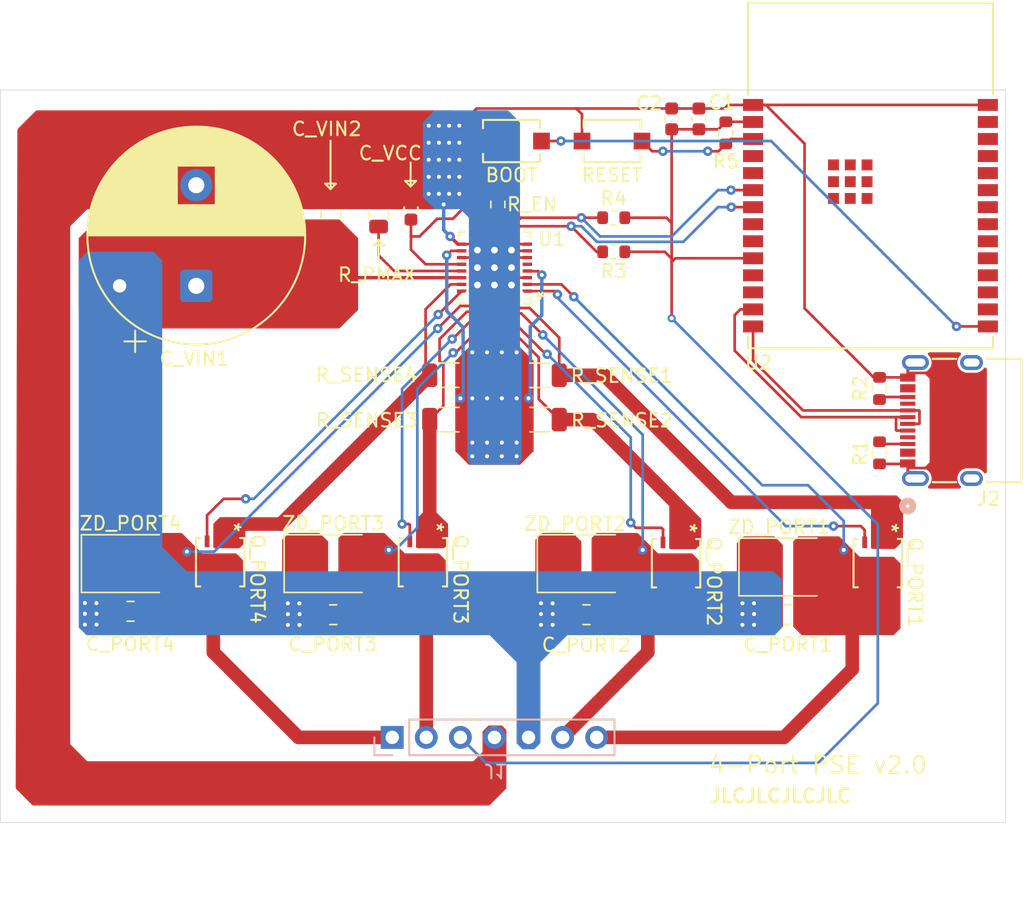
<source format=kicad_pcb>
(kicad_pcb (version 20241229) (generator "pcbnew") (generator_version "9.0")
  (title_block (title "4-Port PSE for HG0402XG V1.0 Ethernet Switch Board") (date "2025-06-09") (rev "2.0.1"))
  (layers (0 "F.Cu" mixed) (2 "B.Cu" mixed) (13 "F.Paste" user) (15 "B.Paste" user) (5 "F.SilkS" user "F.Silkscreen") (7 "B.SilkS" user "B.Silkscreen") (1 "F.Mask" user) (3 "B.Mask" user) (25 "Edge.Cuts" user))
  (net 0 "")
  (net 1 "N1")
  (net 2 "+52V")
  (net 3 "N2")
  (net 4 "N3")
  (net 5 "N4")
  (net 6 "DGND")
  (net 7 "+3.3V")
  (net 8 "Net-(U1-GATE1)")
  (net 9 "Net-(U1-SENSE1)")
  (net 10 "Net-(U1-SENSE2)")
  (net 11 "Net-(U1-GATE2)")
  (net 12 "Net-(U1-SENSE3)")
  (net 13 "Net-(U1-GATE3)")
  (net 14 "Net-(U1-SENSE4)")
  (net 15 "Net-(U1-GATE4)")
  (net 16 "Net-(U1-EN)")
  (net 17 "Net-(U1-PMAX)")
  (net 23 "Net-(U1-VCC)")
  (net 24 "Net-(J2-CC1)")
  (net 25 "Net-(J2-CC2)")
  (net 26 "SDA")
  (net 27 "SCL")
  (net 28 "USB_D-")
  (net 46 "USB_D+")
  (net 54 "Net-(U2-IO9)")
  (net 64 "Net-(U2-EN)")
  (footprint "GT-USB-7004:CONN12_B-7004_GSW" (layer "F.Cu") (at 135.8066 65.832901 90)
    (property "Reference" "J2")
    (property "Value" "GT-USB-7004")
  )
  (footprint "Capacitor_SMD:C_0805_2012Metric" (layer "F.Cu") (at 77.877766 77.3049)
    (property "Reference" "C_PORT4" (hide yes))
    (property "Value" "0.1µF")
  )
  (footprint "Resistor_SMD:R_1206_3216Metric" (layer "F.Cu") (at 101.6381 63.0174)
    (property "Reference" "R_SENSE3" (hide yes))
    (property "Value" "250mΩ, ±1%, 100V")
  )
  (footprint "TS-1088-AR02016:SW_TS-1088_XNP" (layer "F.Cu") (at 106.2736 42.2529 180)
    (property "Reference" "BOOT")
    (property "Value" "TS-1088-AR02016" (hide yes))
  )
  (footprint "Capacitor_SMD:C_0805_2012Metric" (layer "F.Cu") (at 126.890766 77.5589)
    (property "Reference" "C_PORT1" (hide yes))
    (property "Value" "0.1µF")
  )
  (footprint "Resistor_SMD:R_0603_1608Metric" (layer "F.Cu") (at 122.2502 41.6433 90)
    (property "Reference" "R5")
    (property "Value" "4.7kΩ, ±1%")
  )
  (footprint "Diode_SMD:D_SMB" (layer "F.Cu") (at 77.877766 73.7489)
    (property "Reference" "ZD_PORT4")
    (property "Value" "58V Vrwm, 95V Vc")
  )
  (footprint "Resistor_SMD:R_0603_1608Metric" (layer "F.Cu") (at 113.8936 50.5079)
    (property "Reference" "R3")
    (property "Value" "4.7kΩ, ±1%")
  )
  (footprint "FDMC3612:MLP8_3P3X3P3_ONS" (layer "F.Cu") (at 133.574252 73.712831 -90)
    (property "Reference" "Q_PORT1" (hide yes))
    (property "Value" "FDMC3612")
  )
  (footprint "Resistor_SMD:R_1206_3216Metric" (layer "F.Cu") (at 101.6381 59.7074)
    (property "Reference" "R_SENSE4" (hide yes))
    (property "Value" "250mΩ, ±1%, 100V")
  )
  (footprint "Resistor_SMD:R_0603_1608Metric" (layer "F.Cu") (at 133.7056 60.6933 90)
    (property "Reference" "R2")
    (property "Value" "4.7kΩ, ±1%")
  )
  (footprint "FDMC3612:MLP8_3P3X3P3_ONS" (layer "F.Cu") (at 99.669933 73.6473 -90)
    (property "Reference" "Q_PORT3" (hide yes))
    (property "Value" "FDMC3612")
  )
  (footprint "Capacitor_SMD:C_0603_1608Metric" (layer "F.Cu") (at 120.2436 40.6019 -90)
    (property "Reference" "C1")
    (property "Value" "22µF")
  )
  (footprint "Resistor_SMD:R_0805_2012Metric" (layer "F.Cu") (at 96.3676 47.7139 -90)
    (property "Reference" "R_PMAX" (hide yes))
    (property "Value" "75kΩ")
  )
  (footprint "Resistor_SMD:R_1206_3216Metric" (layer "F.Cu") (at 108.3691 63.0174 180)
    (property "Reference" "R_SENSE2" (hide yes))
    (property "Value" "250mΩ, ±1%, 100V")
  )
  (footprint "Capacitor_SMD:C_0805_2012Metric" (layer "F.Cu") (at 92.8116 47.7139 90)
    (property "Reference" "C_VIN2" (hide yes))
    (property "Value" "0.1µF")
  )
  (footprint "Diode_SMD:D_SMB" (layer "F.Cu") (at 126.890766 74.0029)
    (property "Reference" "ZD_PORT1" (hide yes))
    (property "Value" "58V Vrwm, 95V Vc")
  )
  (footprint "Capacitor_SMD:C_0805_2012Metric" (layer "F.Cu") (at 111.8616 77.5589)
    (property "Reference" "C_PORT2" (hide yes))
    (property "Value" "0.1µF")
  )
  (footprint "Diode_SMD:D_SMB" (layer "F.Cu") (at 111.8616 73.7489)
    (property "Reference" "ZD_PORT2" (hide yes))
    (property "Value" "58V Vrwm, 95V Vc")
  )
  (footprint "FDMC3612:MLP8_3P3X3P3_ONS" (layer "F.Cu") (at 84.558765 73.6473 -90)
    (property "Reference" "Q_PORT4" (hide yes))
    (property "Value" "FDMC3612")
  )
  (footprint "Capacitor_SMD:C_0603_1608Metric" (layer "F.Cu") (at 98.7806 47.3329 -90)
    (property "Reference" "C_VCC" (hide yes))
    (property "Value" "1µF")
  )
  (footprint "Capacitor_THT:CP_Radial_D16.0mm_P7.50mm" (layer "F.Cu") (at 82.7786 53.0479 90)
    (property "Reference" "C_VIN1" (hide yes))
    (property "Value" "220µF")
  )
  (footprint "Resistor_SMD:R_0603_1608Metric" (layer "F.Cu") (at 133.7056 65.4939 90)
    (property "Reference" "R1")
    (property "Value" "4.7kΩ, ±1%")
  )
  (footprint "Diode_SMD:D_SMB" (layer "F.Cu") (at 92.988934 73.7489)
    (property "Reference" "ZD_PORT3")
    (property "Value" "58V Vrwm, 95V Vc")
  )
  (footprint "Resistor_SMD:R_1206_3216Metric" (layer "F.Cu") (at 108.3711 59.7154 180)
    (property "Reference" "R_SENSE1" (hide yes))
    (property "Value" "250mΩ, ±1%, 100V")
  )
  (footprint "ESP32-C6-WROOM-1:MOD28_ESP32-C6-WROOM-1_EXP" (layer "F.Cu") (at 133.0316 44.8209)
    (property "Reference" "U2")
    (property "Value" "ESP32-C6-WROOM-1-N8")
  )
  (footprint "Capacitor_SMD:C_0603_1608Metric" (layer "F.Cu") (at 118.2116 40.6019 -90)
    (property "Reference" "C2")
    (property "Value" "0.1µF")
  )
  (footprint "FDMC3612:MLP8_3P3X3P3_ONS" (layer "F.Cu") (at 118.542599 73.7235 -90)
    (property "Reference" "Q_PORT2" (hide yes))
    (property "Value" "FDMC3612")
  )
  (footprint "Capacitor_SMD:C_0805_2012Metric" (layer "F.Cu") (at 92.988934 77.5589)
    (property "Reference" "C_PORT3" (hide yes))
    (property "Value" "0.1µF")
  )
  (footprint "MP3924GU-Z:QFN-32_MP3924_MNP" (layer "F.Cu") (at 105.0036 51.6879 180)
    (property "Reference" "U1" (hide yes))
    (property "Value" "MP3924GU-Z")
  )
  (footprint "Resistor_SMD:R_0603_1608Metric" (layer "F.Cu") (at 105.2576 46.9773 -90)
    (property "Reference" "R_EN")
    (property "Value" "100kΩ")
  )
  (footprint "Resistor_SMD:R_0603_1608Metric" (layer "F.Cu") (at 113.8936 47.9679)
    (property "Reference" "R4")
    (property "Value" "4.7kΩ, ±1%")
  )
  (footprint "TS-1088-AR02016:SW_TS-1088_XNP" (layer "F.Cu") (at 113.7666 42.2529)
    (property "Reference" "RESET")
    (property "Value" "TS-1088-AR02016" (hide yes))
  )
  (footprint "Connector_PinSocket_2.54mm:PinSocket_1x07_P2.54mm_Vertical" (layer "B.Cu") (at 97.3836 86.7029 -90)
    (property "Reference" "J1" (hide yes))
    (property "Value" "1x7 2.54mm PV Female Header")
  )
  (gr_line (start 96.3676 49.6189) (end 95.9612 50.0253) (stroke (width 0.1524)) (layer "F.SilkS"))
  (gr_line (start 98.7552 43.8531) (end 98.7552 45.6311) (stroke (width 0.1524)) (layer "F.SilkS"))
  (gr_line (start 92.3798 45.4279) (end 92.7862 45.8343) (stroke (width 0.1524)) (layer "F.SilkS"))
  (gr_line (start 92.7862 42.2275) (end 92.7862 45.8343) (stroke (width 0.1524)) (layer "F.SilkS"))
  (gr_line (start 98.3488 45.2247) (end 98.7552 45.6311) (stroke (width 0.1524)) (layer "F.SilkS"))
  (gr_line (start 93.1926 45.4279) (end 92.3798 45.4279) (stroke (width 0.1524)) (layer "F.SilkS"))
  (gr_line (start 92.7862 45.8343) (end 93.1926 45.4279) (stroke (width 0.1524)) (layer "F.SilkS"))
  (gr_line (start 98.7552 45.6311) (end 99.1616 45.2247) (stroke (width 0.1524)) (layer "F.SilkS"))
  (gr_line (start 96.3676 51.3969) (end 96.3676 49.6189) (stroke (width 0.1524)) (layer "F.SilkS"))
  (gr_line (start 96.774 50.0253) (end 96.3676 49.6189) (stroke (width 0.1524)) (layer "F.SilkS"))
  (gr_line (start 95.9612 50.0253) (end 96.774 50.0253) (stroke (width 0.1524)) (layer "F.SilkS"))
  (gr_line (start 99.1616 45.2247) (end 98.3488 45.2247) (stroke (width 0.1524)) (layer "F.SilkS"))
  (gr_rect (start 68.1736 38.4429) (end 143.1036 93.0529) (stroke (width 0.05)) (fill no) (layer "Edge.Cuts"))
  (gr_text "R_PMAX" (at 93.2434 52.8193 0) (layer "F.SilkS") (effects (font (size 1.016 1.016) (thickness 0.1524)) (justify left bottom)))
  (gr_text "4-Port PSE v2.0" (at 120.8786 89.4969 0) (layer "F.SilkS") (effects (font (size 1.27 1.27) (thickness 0.15875)) (justify left bottom)))
  (gr_text "C_VIN1" (at 79.9338 59.0677 0) (layer "F.SilkS") (effects (font (size 1.016 1.016) (thickness 0.1524)) (justify left bottom)))
  (gr_text "R_SENSE3" (at 91.5924 63.6651 0) (layer "F.SilkS") (effects (font (size 1.016 1.016) (thickness 0.1524)) (justify left bottom)))
  (gr_text "C_PORT1" (at 123.4694 80.3783 0) (layer "F.SilkS") (effects (font (size 1.016 1.016) (thickness 0.1524)) (justify left bottom)))
  (gr_text "C_PORT2" (at 108.4326 80.4037 0) (layer "F.SilkS") (effects (font (size 1.016 1.016) (thickness 0.1524)) (justify left bottom)))
  (gr_text "Q_PORT3" (at 101.8794 71.4883 270) (layer "F.SilkS") (effects (font (size 1.016 1.016) (thickness 0.1524)) (justify left bottom)))
  (gr_text "JLCJLCJLCJLC" (at 120.9802 91.6559 0) (layer "F.SilkS") (effects (font (size 1.016 1.016) (thickness 0.2032) (bold yes)) (justify left bottom)))
  (gr_text "Q_PORT1" (at 135.763 71.7169 270) (layer "F.SilkS") (effects (font (size 1.016 1.016) (thickness 0.1524)) (justify left bottom)))
  (gr_text "C_PORT3" (at 89.535 80.3529 0) (layer "F.SilkS") (effects (font (size 1.016 1.016) (thickness 0.1524)) (justify left bottom)))
  (gr_text "C_VCC" (at 94.7928 43.7515 0) (layer "F.SilkS") (effects (font (size 1.016 1.016) (thickness 0.1524)) (justify left bottom)))
  (gr_text "R_SENSE1" (at 110.5916 60.3377 0) (layer "F.SilkS") (effects (font (size 1.016 1.016) (thickness 0.1524)) (justify left bottom)))
  (gr_text "U1" (at 108.1786 50.1523 0) (layer "F.SilkS") (effects (font (size 1.016 1.016) (thickness 0.1524)) (justify left bottom)))
  (gr_text "ZD_PORT2" (at 107.1118 71.3867 0) (layer "F.SilkS") (effects (font (size 1.016 1.016) (thickness 0.1524)) (justify left bottom)))
  (gr_text "C_VIN2" (at 89.8144 41.9481 0) (layer "F.SilkS") (effects (font (size 1.016 1.016) (thickness 0.1524)) (justify left bottom)))
  (gr_text "R_SENSE2" (at 110.617 63.6651 0) (layer "F.SilkS") (effects (font (size 1.016 1.016) (thickness 0.1524)) (justify left bottom)))
  (gr_text "Q_PORT4" (at 86.741 71.4629 270) (layer "F.SilkS") (effects (font (size 1.016 1.016) (thickness 0.1524)) (justify left bottom)))
  (gr_text "R_SENSE4" (at 91.567 60.2869 0) (layer "F.SilkS") (effects (font (size 1.016 1.016) (thickness 0.1524)) (justify left bottom)))
  (gr_text "Q_PORT2" (at 120.777 71.6407 270) (layer "F.SilkS") (effects (font (size 1.016 1.016) (thickness 0.1524)) (justify left bottom)))
  (gr_text "ZD_PORT1" (at 122.301 71.6153 0) (layer "F.SilkS") (effects (font (size 1.016 1.016) (thickness 0.1524)) (justify left bottom)))
  (gr_text "C_PORT4" (at 74.4474 80.3529 0) (layer "F.SilkS") (effects (font (size 1.016 1.016) (thickness 0.1524)) (justify left bottom)))
  (gr_text "J1" (at 104.14 88.6079 180) (layer "B.SilkS") (effects (font (size 1.016 1.016) (thickness 0.1524)) (justify left bottom mirror)))
  (segment (start 131.6736 81.6229) (end 131.6736 77.8129) (width 1.016) (layer "F.Cu") (net 1))
  (segment (start 112.6236 86.7029) (end 126.5936 86.7029) (width 1.016) (layer "F.Cu") (net 1))
  (segment (start 110.9218 53.8607) (end 109.999 52.9379) (width 0.2) (layer "F.Cu") (net 1))
  (segment (start 126.5936 86.7029) (end 131.6736 81.6229) (width 1.016) (layer "F.Cu") (net 1))
  (segment (start 109.999 52.9379) (end 107.4536 52.9379) (width 0.2) (layer "F.Cu") (net 1))
  (via (at 110.9218 53.8607) (size 0.7) (drill 0.3) (layers "F.Cu" "B.Cu") (net 1))
  (via (at 131.0386 72.7329) (size 0.7) (drill 0.3) (layers "F.Cu" "B.Cu") (net 1))
  (segment (start 124.968 67.9069) (end 128.3716 67.9069) (width 0.2) (layer "B.Cu") (net 1))
  (segment (start 131.0386 70.5739) (end 131.0386 72.7329) (width 0.2) (layer "B.Cu") (net 1))
  (segment (start 128.3716 67.9069) (end 131.0386 70.5739) (width 0.2) (layer "B.Cu") (net 1))
  (segment (start 110.9218 53.8607) (end 124.968 67.9069) (width 0.2) (layer "B.Cu") (net 1))
  (segment (start 102.5536 52.437901) (end 93.675599 52.437901) (width 0.254) (layer "F.Cu") (net 2))
  (via (at 89.603695 76.712233) (size 0.7) (drill 0.3) (layers "F.Cu" "B.Cu") (net 2))
  (via (at 123.487295 76.705945) (size 0.7) (drill 0.3) (layers "F.Cu" "B.Cu") (net 2))
  (via (at 108.475895 76.705945) (size 0.7) (drill 0.3) (layers "F.Cu" "B.Cu") (net 2))
  (via (at 108.475895 77.510279) (size 0.7) (drill 0.3) (layers "F.Cu" "B.Cu") (net 2))
  (via (at 109.347 77.5081) (size 0.7) (drill 0.3) (layers "F.Cu" "B.Cu") (net 2))
  (via (at 74.4728 78.2955) (size 0.7) (drill 0.3) (layers "F.Cu" "B.Cu") (net 2))
  (via (at 124.3584 78.312433) (size 0.7) (drill 0.3) (layers "F.Cu" "B.Cu") (net 2))
  (via (at 89.603695 77.516567) (size 0.7) (drill 0.3) (layers "F.Cu" "B.Cu") (net 2))
  (via (at 123.487295 77.510279) (size 0.7) (drill 0.3) (layers "F.Cu" "B.Cu") (net 2))
  (via (at 75.343905 77.488988) (size 0.7) (drill 0.3) (layers "F.Cu" "B.Cu") (net 2))
  (via (at 109.339495 76.714412) (size 0.7) (drill 0.3) (layers "F.Cu" "B.Cu") (net 2))
  (via (at 123.487295 78.314612) (size 0.7) (drill 0.3) (layers "F.Cu" "B.Cu") (net 2))
  (via (at 90.467295 76.7207) (size 0.7) (drill 0.3) (layers "F.Cu" "B.Cu") (net 2))
  (via (at 74.4728 77.491167) (size 0.7) (drill 0.3) (layers "F.Cu" "B.Cu") (net 2))
  (via (at 124.350895 76.714412) (size 0.7) (drill 0.3) (layers "F.Cu" "B.Cu") (net 2))
  (via (at 109.347 78.312433) (size 0.7) (drill 0.3) (layers "F.Cu" "B.Cu") (net 2))
  (via (at 89.603695 78.3209) (size 0.7) (drill 0.3) (layers "F.Cu" "B.Cu") (net 2))
  (via (at 77.0636 53.0479) (size 2) (drill 1) (layers "F.Cu" "B.Cu") (net 2))
  (via (at 74.4728 76.686833) (size 0.7) (drill 0.3) (layers "F.Cu" "B.Cu") (net 2))
  (via (at 90.4748 77.514388) (size 0.7) (drill 0.3) (layers "F.Cu" "B.Cu") (net 2))
  (via (at 75.3364 76.6953) (size 0.7) (drill 0.3) (layers "F.Cu" "B.Cu") (net 2))
  (via (at 75.343905 78.293321) (size 0.7) (drill 0.3) (layers "F.Cu" "B.Cu") (net 2))
  (via (at 108.475895 78.314612) (size 0.7) (drill 0.3) (layers "F.Cu" "B.Cu") (net 2))
  (via (at 124.3584 77.5081) (size 0.7) (drill 0.3) (layers "F.Cu" "B.Cu") (net 2))
  (via (at 90.4748 78.318721) (size 0.7) (drill 0.3) (layers "F.Cu" "B.Cu") (net 2))
  (segment (start 106.6155 55.0999) (end 106.2536 54.738) (width 0.2) (layer "F.Cu") (net 3))
  (segment (start 110.0836 86.7029) (end 114.5921 82.1944) (width 1.016) (layer "F.Cu") (net 3))
  (segment (start 107.0048 55.0999) (end 106.6155 55.0999) (width 0.2) (layer "F.Cu") (net 3))
  (segment (start 108.6104 56.7055) (end 107.0048 55.0999) (width 0.2) (layer "F.Cu") (net 3))
  (segment (start 116.4336 80.3529) (end 116.4336 77.3684) (width 1.016) (layer "F.Cu") (net 3))
  (segment (start 106.2536 54.738) (end 106.2536 54.1379) (width 0.2) (layer "F.Cu") (net 3))
  (segment (start 114.5921 82.1944) (end 116.4336 80.3529) (width 1.016) (layer "F.Cu") (net 3))
  (via (at 108.6104 56.7055) (size 0.7) (drill 0.3) (layers "F.Cu" "B.Cu") (net 3))
  (via (at 116.0526 72.7329) (size 0.7) (drill 0.3) (layers "F.Cu" "B.Cu") (net 3))
  (segment (start 116.0526 64.1477) (end 116.0526 72.7329) (width 0.2) (layer "B.Cu") (net 3))
  (segment (start 108.6104 56.7055) (end 116.0526 64.1477) (width 0.2) (layer "B.Cu") (net 3))
  (segment (start 102.095397 58.038903) (end 104.7536 55.3807) (width 0.2) (layer "F.Cu") (net 4))
  (segment (start 104.7536 55.3807) (end 104.7536 54.1379) (width 0.2) (layer "F.Cu") (net 4))
  (segment (start 101.9206 58.038903) (end 102.095397 58.038903) (width 0.2) (layer "F.Cu") (net 4))
  (segment (start 99.9236 86.7029) (end 99.9236 77.6859) (width 1.016) (layer "F.Cu") (net 4))
  (via (at 101.9206 58.038903) (size 0.7) (drill 0.3) (layers "F.Cu" "B.Cu") (net 4))
  (via (at 97.1296 72.7329) (size 0.7) (drill 0.3) (layers "F.Cu" "B.Cu") (net 4))
  (segment (start 97.598543 72.7329) (end 99.2546 71.076843) (width 0.2) (layer "B.Cu") (net 4))
  (segment (start 99.2546 71.076843) (end 99.2546 60.704903) (width 0.2) (layer "B.Cu") (net 4))
  (segment (start 97.1296 72.7329) (end 97.598543 72.7329) (width 0.2) (layer "B.Cu") (net 4))
  (segment (start 99.2546 60.704903) (end 101.9206 58.038903) (width 0.2) (layer "B.Cu") (net 4))
  (segment (start 102.454 54.5465) (end 103.1919 54.5465) (width 0.2) (layer "F.Cu") (net 5))
  (segment (start 103.253601 54.484799) (end 103.253601 54.1379) (width 0.2) (layer "F.Cu") (net 5))
  (segment (start 103.1919 54.5465) (end 103.253601 54.484799) (width 0.2) (layer "F.Cu") (net 5))
  (segment (start 100.7776 56.2229) (end 102.454 54.5465) (width 0.2) (layer "F.Cu") (net 5))
  (segment (start 84.0486 80.3529) (end 84.0486 77.8129) (width 1.016) (layer "F.Cu") (net 5))
  (segment (start 90.3986 86.7029) (end 84.0486 80.3529) (width 1.016) (layer "F.Cu") (net 5))
  (segment (start 97.3836 86.7029) (end 90.3986 86.7029) (width 1.016) (layer "F.Cu") (net 5))
  (via (at 82.0801 72.8599) (size 0.7) (drill 0.3) (layers "F.Cu" "B.Cu") (net 5))
  (via (at 100.7776 56.2229) (size 0.7) (drill 0.3) (layers "F.Cu" "B.Cu") (net 5))
  (segment (start 100.7776 56.2229) (end 100.7491 56.2229) (width 0.2) (layer "B.Cu") (net 5))
  (segment (start 100.7491 56.2229) (end 84.1121 72.8599) (width 0.2) (layer "B.Cu") (net 5))
  (segment (start 84.1121 72.8599) (end 82.0801 72.8599) (width 0.2) (layer "B.Cu") (net 5))
  (segment (start 106.2736 51.4615) (end 106.2736 51.6879) (width 0.2) (layer "F.Cu") (net 6))
  (segment (start 135.9796 59.537102) (end 135.8116 59.705102) (width 0.2) (layer "F.Cu") (net 6))
  (segment (start 107.443801 50.937899) (end 107.442 50.9397) (width 0.2) (layer "F.Cu") (net 6))
  (segment (start 128.1176 42.4476) (end 125.2309 39.5609) (width 0.2) (layer "F.Cu") (net 6))
  (segment (start 124.2816 39.5609) (end 122.4276 39.5609) (width 0.2) (layer "F.Cu") (net 6))
  (segment (start 135.8116 66.460701) (end 135.8116 66.830934) (width 0.2) (layer "F.Cu") (net 6))
  (segment (start 102.5536 49.937901) (end 102.274601 49.937901) (width 0.2) (layer "F.Cu") (net 6))
  (segment (start 135.619198 59.8683) (end 135.8116 60.060702) (width 0.2) (layer "F.Cu") (net 6))
  (segment (start 137.5394 66.244542) (end 137.5394 59.921261) (width 0.2) (layer "F.Cu") (net 6))
  (segment (start 106.3306 50.4379) (end 106.2736 50.3809) (width 0.2) (layer "F.Cu") (net 6))
  (segment (start 111.5314 42.2529) (end 111.5314 40.2587) (width 0.2) (layer "F.Cu") (net 6))
  (segment (start 124.2816 39.5609) (end 141.7816 39.5609) (width 0.2) (layer "F.Cu") (net 6))
  (segment (start 106.7954 50.9397) (end 106.2736 51.4615) (width 0.2) (layer "F.Cu") (net 6))
  (segment (start 107.4536 49.937901) (end 106.716599 49.937901) (width 0.2) (layer "F.Cu") (net 6))
  (segment (start 128.1176 54.7223) (end 128.1176 42.4476) (width 0.2) (layer "F.Cu") (net 6))
  (segment (start 137.5394 59.921261) (end 137.155241 59.537102) (width 0.2) (layer "F.Cu") (net 6))
  (segment (start 102.274601 49.937901) (end 101.7016 49.3649) (width 0.254) (layer "F.Cu") (net 6))
  (segment (start 103.7336 50.937899) (end 103.7336 51.7779) (width 0.2) (layer "F.Cu") (net 6))
  (segment (start 120.2436 39.8269) (end 118.2116 39.8269) (width 0.2) (layer "F.Cu") (net 6))
  (segment (start 137.155241 66.628701) (end 137.5394 66.244542) (width 0.2) (layer "F.Cu") (net 6))
  (segment (start 108.2548 51.9557) (end 107.4714 51.9557) (width 0.2) (layer "F.Cu") (net 6))
  (segment (start 133.7056 59.8683) (end 133.2636 59.8683) (width 0.2) (layer "F.Cu") (net 6))
  (segment (start 122.4276 39.5609) (end 122.1616 39.8269) (width 0.2) (layer "F.Cu") (net 6))
  (segment (start 103.290601 49.937901) (end 103.7336 50.3809) (width 0.2) (layer "F.Cu") (net 6))
  (segment (start 101.4476 50.7619) (end 101.7716 50.4379) (width 0.2) (layer "F.Cu") (net 6))
  (segment (start 118.2116 39.8269) (end 111.0996 39.8269) (width 0.2) (layer "F.Cu") (net 6))
  (segment (start 133.7056 59.8683) (end 135.619198 59.8683) (width 0.2) (layer "F.Cu") (net 6))
  (segment (start 135.669799 66.3189) (end 135.8116 66.460701) (width 0.2) (layer "F.Cu") (net 6))
  (segment (start 107.4536 50.937899) (end 107.443801 50.937899) (width 0.2) (layer "F.Cu") (net 6))
  (segment (start 107.442 50.9397) (end 106.7954 50.9397) (width 0.2) (layer "F.Cu") (net 6))
  (segment (start 135.8116 66.460701) (end 135.632199 66.2813) (width 0.2) (layer "F.Cu") (net 6))
  (segment (start 108.5342 52.2351) (end 108.2548 51.9557) (width 0.2) (layer "F.Cu") (net 6))
  (segment (start 135.9796 66.628701) (end 137.155241 66.628701) (width 0.2) (layer "F.Cu") (net 6))
  (segment (start 106.716599 49.937901) (end 106.2736 50.3809) (width 0.2) (layer "F.Cu") (net 6))
  (segment (start 135.8116 66.830934) (end 136.383599 67.402933) (width 0.2) (layer "F.Cu") (net 6))
  (segment (start 107.4536 50.4379) (end 106.3306 50.4379) (width 0.2) (layer "F.Cu") (net 6))
  (segment (start 102.5536 49.937901) (end 103.290601 49.937901) (width 0.2) (layer "F.Cu") (net 6))
  (segment (start 103.6704 39.8269) (end 102.3874 41.1099) (width 0.2) (layer "F.Cu") (net 6))
  (segment (start 102.5536 50.937899) (end 103.7336 50.937899) (width 0.2) (layer "F.Cu") (net 6))
  (segment (start 102.5144 42.2529) (end 102.3874 42.3799) (width 0.2) (layer "F.Cu") (net 6))
  (segment (start 135.8116 60.060702) (end 135.8116 59.334868) (width 0.2) (layer "F.Cu") (net 6))
  (segment (start 111.5314 40.2587) (end 111.0996 39.8269) (width 0.2) (layer "F.Cu") (net 6))
  (segment (start 111.0996 39.8269) (end 103.6704 39.8269) (width 0.2) (layer "F.Cu") (net 6))
  (segment (start 106.2536 50.3609) (end 106.2736 50.3809) (width 0.2) (layer "F.Cu") (net 6))
  (segment (start 101.7716 50.4379) (end 102.5536 50.4379) (width 0.2) (layer "F.Cu") (net 6))
  (segment (start 137.155241 59.537102) (end 135.9796 59.537102) (width 0.2) (layer "F.Cu") (net 6))
  (segment (start 107.4714 51.9557) (end 107.4536 51.9379) (width 0.2) (layer "F.Cu") (net 6))
  (segment (start 106.820099 52.437901) (end 106.2736 52.9844) (width 0.2) (layer "F.Cu") (net 6))
  (segment (start 107.4536 52.437901) (end 106.820099 52.437901) (width 0.2) (layer "F.Cu") (net 6))
  (segment (start 135.8116 59.334868) (end 136.383599 58.762869) (width 0.2) (layer "F.Cu") (net 6))
  (segment (start 133.2636 59.8683) (end 128.1176 54.7223) (width 0.2) (layer "F.Cu") (net 6))
  (segment (start 135.8116 66.460701) (end 135.9796 66.628701) (width 0.2) (layer "F.Cu") (net 6))
  (segment (start 133.7056 66.3189) (end 135.669799 66.3189) (width 0.2) (layer "F.Cu") (net 6))
  (segment (start 125.2309 39.5609) (end 124.2816 39.5609) (width 0.2) (layer "F.Cu") (net 6))
  (segment (start 104.5464 42.2529) (end 102.5144 42.2529) (width 0.2) (layer "F.Cu") (net 6))
  (segment (start 135.8116 59.705102) (end 135.610802 59.9059) (width 0.2) (layer "F.Cu") (net 6))
  (segment (start 122.1616 39.8269) (end 120.2436 39.8269) (width 0.2) (layer "F.Cu") (net 6))
  (via (at 102.3874 44.9199) (size 0.7) (drill 0.3) (layers "F.Cu" "B.Cu") (net 6))
  (via (at 101.7016 49.3649) (size 0.7) (drill 0.3) (layers "F.Cu" "B.Cu") (net 6))
  (via (at 105.0036 50.3809) (size 0.9) (drill 0.5) (layers "F.Cu" "B.Cu") (net 6))
  (via (at 104.453267 65.7479) (size 0.7) (drill 0.3) (layers "F.Cu" "B.Cu") (net 6))
  (via (at 101.6254 44.9199) (size 0.7) (drill 0.3) (layers "F.Cu" "B.Cu") (net 6))
  (via (at 101.6254 43.6499) (size 0.7) (drill 0.3) (layers "F.Cu" "B.Cu") (net 6))
  (via (at 100.1014 41.1099) (size 0.7) (drill 0.3) (layers "F.Cu" "B.Cu") (net 6))
  (via (at 105.553933 65.7479) (size 0.7) (drill 0.3) (layers "F.Cu" "B.Cu") (net 6))
  (via (at 104.453267 64.7319) (size 0.7) (drill 0.3) (layers "F.Cu" "B.Cu") (net 6))
  (via (at 100.1014 46.1899) (size 0.7) (drill 0.3) (layers "F.Cu" "B.Cu") (net 6))
  (via (at 105.0036 52.9844) (size 0.9) (drill 0.5) (layers "F.Cu" "B.Cu") (net 6))
  (via (at 106.6546 65.7479) (size 0.7) (drill 0.3) (layers "F.Cu" "B.Cu") (net 6))
  (via (at 102.3874 46.1899) (size 0.7) (drill 0.3) (layers "F.Cu" "B.Cu") (net 6))
  (via (at 103.7336 51.6879) (size 0.9) (drill 0.5) (layers "F.Cu" "B.Cu") (net 6))
  (via (at 104.453267 61.4299) (size 0.7) (drill 0.3) (layers "F.Cu" "B.Cu") (net 6))
  (via (at 105.553933 58.0009) (size 0.7) (drill 0.3) (layers "F.Cu" "B.Cu") (net 6))
  (via (at 102.3874 42.3799) (size 0.7) (drill 0.3) (layers "F.Cu" "B.Cu") (net 6))
  (via (at 100.8634 42.3799) (size 0.7) (drill 0.3) (layers "F.Cu" "B.Cu") (net 6))
  (via (at 101.4476 50.7619) (size 0.7) (drill 0.3) (layers "F.Cu" "B.Cu") (net 6))
  (via (at 106.2736 52.9844) (size 0.9) (drill 0.5) (layers "F.Cu" "B.Cu") (net 6))
  (via (at 100.8634 46.1899) (size 0.7) (drill 0.3) (layers "F.Cu" "B.Cu") (net 6))
  (via (at 104.453267 58.0009) (size 0.7) (drill 0.3) (layers "F.Cu" "B.Cu") (net 6))
  (via (at 107.5436 61.4299) (size 0.7) (drill 0.3) (layers "F.Cu" "B.Cu") (net 6))
  (via (at 101.6254 42.3799) (size 0.7) (drill 0.3) (layers "F.Cu" "B.Cu") (net 6))
  (via (at 106.6546 58.0009) (size 0.7) (drill 0.3) (layers "F.Cu" "B.Cu") (net 6))
  (via (at 101.219 46.9773) (size 0.7) (drill 0.3) (layers "F.Cu" "B.Cu") (net 6))
  (via (at 100.8634 41.1099) (size 0.7) (drill 0.3) (layers "F.Cu" "B.Cu") (net 6))
  (via (at 103.3526 58.0009) (size 0.7) (drill 0.3) (layers "F.Cu" "B.Cu") (net 6))
  (via (at 106.2736 50.3809) (size 0.9) (drill 0.5) (layers "F.Cu" "B.Cu") (net 6))
  (via (at 105.0036 51.6879) (size 0.9) (drill 0.5) (layers "F.Cu" "B.Cu") (net 6))
  (via (at 102.3874 43.6499) (size 0.7) (drill 0.3) (layers "F.Cu" "B.Cu") (net 6))
  (via (at 106.6546 61.4299) (size 0.7) (drill 0.3) (layers "F.Cu" "B.Cu") (net 6))
  (via (at 102.4636 61.4299) (size 0.7) (drill 0.3) (layers "F.Cu" "B.Cu") (net 6))
  (via (at 101.6254 41.1099) (size 0.7) (drill 0.3) (layers "F.Cu" "B.Cu") (net 6))
  (via (at 103.3526 64.7319) (size 0.7) (drill 0.3) (layers "F.Cu" "B.Cu") (net 6))
  (via (at 102.3874 41.1099) (size 0.7) (drill 0.3) (layers "F.Cu" "B.Cu") (net 6))
  (via (at 106.6546 64.7319) (size 0.7) (drill 0.3) (layers "F.Cu" "B.Cu") (net 6))
  (via (at 100.1014 42.3799) (size 0.7) (drill 0.3) (layers "F.Cu" "B.Cu") (net 6))
  (via (at 105.553933 61.4299) (size 0.7) (drill 0.3) (layers "F.Cu" "B.Cu") (net 6))
  (via (at 103.7336 52.9844) (size 0.9) (drill 0.5) (layers "F.Cu" "B.Cu") (net 6))
  (via (at 100.1014 43.6499) (size 0.7) (drill 0.3) (layers "F.Cu" "B.Cu") (net 6))
  (via (at 106.2736 51.6879) (size 0.9) (drill 0.5) (layers "F.Cu" "B.Cu") (net 6))
  (via (at 100.8634 43.6499) (size 0.7) (drill 0.3) (layers "F.Cu" "B.Cu") (net 6))
  (via (at 100.8634 44.9199) (size 0.7) (drill 0.3) (layers "F.Cu" "B.Cu") (net 6))
  (via (at 108.5342 52.2351) (size 0.7) (drill 0.3) (layers "F.Cu" "B.Cu") (net 6))
  (via (at 100.1014 44.9199) (size 0.7) (drill 0.3) (layers "F.Cu" "B.Cu") (net 6))
  (via (at 103.3526 65.7479) (size 0.7) (drill 0.3) (layers "F.Cu" "B.Cu") (net 6))
  (via (at 105.553933 64.7319) (size 0.7) (drill 0.3) (layers "F.Cu" "B.Cu") (net 6))
  (via (at 101.6254 46.1899) (size 0.7) (drill 0.3) (layers "F.Cu" "B.Cu") (net 6))
  (via (at 103.3526 61.4299) (size 0.7) (drill 0.3) (layers "F.Cu" "B.Cu") (net 6))
  (via (at 103.7336 50.3809) (size 0.9) (drill 0.5) (layers "F.Cu" "B.Cu") (net 6))
  (segment (start 101.4476 50.7619) (end 101.4476 54.925772) (width 0.254) (layer "B.Cu") (net 6))
  (segment (start 102.6668 56.144972) (end 102.6668 61.2267) (width 0.254) (layer "B.Cu") (net 6))
  (segment (start 102.6668 61.2267) (end 102.4636 61.4299) (width 0.254) (layer "B.Cu") (net 6))
  (segment (start 108.5342 55.2323) (end 107.6706 56.0959) (width 0.254) (layer "B.Cu") (net 6))
  (segment (start 107.6706 56.0959) (end 107.6706 61.3029) (width 0.254) (layer "B.Cu") (net 6))
  (segment (start 101.219 46.9773) (end 101.219 48.8823) (width 0.254) (layer "B.Cu") (net 6))
  (segment (start 101.219 48.8823) (end 101.7016 49.3649) (width 0.254) (layer "B.Cu") (net 6))
  (segment (start 107.6706 61.3029) (end 107.5436 61.4299) (width 0.2) (layer "B.Cu") (net 6))
  (segment (start 101.4476 54.925772) (end 102.6668 56.144972) (width 0.254) (layer "B.Cu") (net 6))
  (segment (start 108.5342 52.2351) (end 108.5342 55.2323) (width 0.254) (layer "B.Cu") (net 6))
  (segment (start 117.8306 47.9679) (end 118.2116 48.3489) (width 0.2) (layer "F.Cu") (net 7))
  (segment (start 118.2116 51.2699) (end 118.2116 55.4609) (width 0.2) (layer "F.Cu") (net 7))
  (segment (start 120.2436 41.3769) (end 121.6916 41.3769) (width 0.2) (layer "F.Cu") (net 7))
  (segment (start 122.2502 40.8183) (end 124.269 40.8183) (width 0.2) (layer "F.Cu") (net 7))
  (segment (start 118.2116 41.3769) (end 120.2436 41.3769) (width 0.2) (layer "F.Cu") (net 7))
  (segment (start 114.7186 50.5079) (end 117.7036 50.5079) (width 0.2) (layer "F.Cu") (net 7))
  (segment (start 118.2116 48.3489) (end 118.2116 47.9679) (width 0.2) (layer "F.Cu") (net 7))
  (segment (start 118.2116 48.5394) (end 118.2116 48.3489) (width 0.2) (layer "F.Cu") (net 7))
  (segment (start 114.7186 47.9679) (end 117.8306 47.9679) (width 0.2) (layer "F.Cu") (net 7))
  (segment (start 118.4906 50.9909) (end 118.2116 51.2699) (width 0.2) (layer "F.Cu") (net 7))
  (segment (start 118.2116 51.0159) (end 118.2116 51.2699) (width 0.2) (layer "F.Cu") (net 7))
  (segment (start 117.7036 50.5079) (end 118.2116 51.0159) (width 0.2) (layer "F.Cu") (net 7))
  (segment (start 124.269 40.8183) (end 124.2816 40.8309) (width 0.2) (layer "F.Cu") (net 7))
  (segment (start 118.2116 48.6029) (end 118.2116 50.5079) (width 0.2) (layer "F.Cu") (net 7))
  (segment (start 120.2566 41.3639) (end 120.2436 41.3769) (width 0.2) (layer "F.Cu") (net 7))
  (segment (start 118.2116 47.9679) (end 118.2116 41.3769) (width 0.2) (layer "F.Cu") (net 7))
  (segment (start 124.2816 50.9909) (end 118.4906 50.9909) (width 0.2) (layer "F.Cu") (net 7))
  (segment (start 121.6916 41.3769) (end 122.2502 40.8183) (width 0.2) (layer "F.Cu") (net 7))
  (segment (start 118.2116 50.5079) (end 118.2116 51.0159) (width 0.2) (layer "F.Cu") (net 7))
  (via (at 118.2116 55.4609) (size 0.6) (drill 0.3) (layers "F.Cu" "B.Cu") (net 7))
  (segment (start 133.5786 84.1629) (end 133.5786 70.8279) (width 0.2) (layer "B.Cu") (net 7))
  (segment (start 102.4636 86.7029) (end 104.3686 88.6079) (width 0.2) (layer "B.Cu") (net 7))
  (segment (start 129.1336 88.6079) (end 133.5786 84.1629) (width 0.2) (layer "B.Cu") (net 7))
  (segment (start 104.3686 88.6079) (end 129.1336 88.6079) (width 0.2) (layer "B.Cu") (net 7))
  (segment (start 118.2116 55.4609) (end 133.5786 70.8279) (width 0.2) (layer "B.Cu") (net 7))
  (segment (start 109.7026 53.6829) (end 109.457599 53.437899) (width 0.2) (layer "F.Cu") (net 8))
  (segment (start 132.3086 70.9549) (end 130.2766 70.9549) (width 0.2) (layer "F.Cu") (net 8))
  (segment (start 132.599253 71.245553) (end 132.3086 70.9549) (width 0.2) (layer "F.Cu") (net 8))
  (segment (start 109.457599 53.437899) (end 107.4536 53.437899) (width 0.2) (layer "F.Cu") (net 8))
  (segment (start 132.599253 72.163431) (end 132.599253 71.245553) (width 0.2) (layer "F.Cu") (net 8))
  (via (at 109.7026 53.6829) (size 0.7) (drill 0.3) (layers "F.Cu" "B.Cu") (net 8))
  (via (at 130.2766 70.9549) (size 0.7) (drill 0.3) (layers "F.Cu" "B.Cu") (net 8))
  (segment (start 126.7206 70.9549) (end 109.7026 53.9369) (width 0.2) (layer "B.Cu") (net 8))
  (segment (start 109.7026 53.9369) (end 109.7026 53.6829) (width 0.2) (layer "B.Cu") (net 8))
  (segment (start 130.2766 70.9549) (end 126.7206 70.9549) (width 0.2) (layer "B.Cu") (net 8))
  (segment (start 113.1951 59.7154) (end 122.6566 69.1769) (width 1.016) (layer "F.Cu") (net 9))
  (segment (start 106.753599 54.1379) (end 106.753599 54.670899) (width 0.2) (layer "F.Cu") (net 9))
  (segment (start 106.753599 54.670899) (end 106.7816 54.6989) (width 0.2) (layer "F.Cu") (net 9))
  (segment (start 109.8336 56.9127) (end 109.8336 59.7154) (width 0.2) (layer "F.Cu") (net 9))
  (segment (start 107.6198 54.6989) (end 109.8336 56.9127) (width 0.2) (layer "F.Cu") (net 9))
  (segment (start 109.8336 59.7154) (end 113.1951 59.7154) (width 1.016) (layer "F.Cu") (net 9))
  (segment (start 106.7816 54.6989) (end 107.6198 54.6989) (width 0.2) (layer "F.Cu") (net 9))
  (segment (start 122.6566 69.1769) (end 133.9088 69.1769) (width 1.016) (layer "F.Cu") (net 9))
  (segment (start 105.2536 55.3299) (end 105.2536 54.1379) (width 0.2) (layer "F.Cu") (net 10))
  (segment (start 118.6688 69.3801) (end 118.6688 71.9753) (width 1.016) (layer "F.Cu") (net 10))
  (segment (start 112.3061 63.0174) (end 112.3696 63.0809) (width 0.2) (layer "F.Cu") (net 10))
  (segment (start 112.3696 63.0809) (end 118.6688 69.3801) (width 1.016) (layer "F.Cu") (net 10))
  (segment (start 109.8316 63.0174) (end 112.3061 63.0174) (width 1.016) (layer "F.Cu") (net 10))
  (segment (start 108.3056 58.3819) (end 105.2536 55.3299) (width 0.2) (layer "F.Cu") (net 10))
  (segment (start 108.3056 61.4914) (end 108.3056 58.3819) (width 0.2) (layer "F.Cu") (net 10))
  (segment (start 109.8316 63.0174) (end 108.3056 61.4914) (width 0.2) (layer "F.Cu") (net 10))
  (segment (start 108.930212 58.145081) (end 108.830781 58.145081) (width 0.2) (layer "F.Cu") (net 11))
  (segment (start 115.5446 71.0819) (end 117.4496 71.0819) (width 0.2) (layer "F.Cu") (net 11))
  (segment (start 108.830781 58.145081) (end 105.753601 55.067901) (width 0.2) (layer "F.Cu") (net 11))
  (segment (start 105.753601 55.067901) (end 105.753601 54.1379) (width 0.2) (layer "F.Cu") (net 11))
  (segment (start 117.5766 71.2089) (end 117.5676 71.2179) (width 0.2) (layer "F.Cu") (net 11))
  (segment (start 115.1636 70.7009) (end 115.5446 71.0819) (width 0.2) (layer "F.Cu") (net 11))
  (segment (start 117.5676 71.2179) (end 117.5676 72.1741) (width 0.2) (layer "F.Cu") (net 11))
  (segment (start 117.4496 71.0819) (end 117.5766 71.2089) (width 0.2) (layer "F.Cu") (net 11))
  (via (at 108.930212 58.145081) (size 0.7) (drill 0.3) (layers "F.Cu" "B.Cu") (net 11))
  (via (at 115.1636 70.7009) (size 0.7) (drill 0.3) (layers "F.Cu" "B.Cu") (net 11))
  (segment (start 115.1636 64.3509) (end 108.957781 58.145081) (width 0.2) (layer "B.Cu") (net 11))
  (segment (start 115.1636 70.7009) (end 115.1636 64.3509) (width 0.2) (layer "B.Cu") (net 11))
  (segment (start 108.957781 58.145081) (end 108.930212 58.145081) (width 0.2) (layer "B.Cu") (net 11))
  (segment (start 103.7536 54.1379) (end 103.7536 54.5519) (width 0.2) (layer "F.Cu") (net 12))
  (segment (start 100.1776 63.0194) (end 100.1776 71.915234) (width 1.016) (layer "F.Cu") (net 12))
  (segment (start 101.1936 61.9994) (end 100.1756 63.0174) (width 0.2) (layer "F.Cu") (net 12))
  (segment (start 103.7536 54.5519) (end 103.3272 54.9783) (width 0.2) (layer "F.Cu") (net 12))
  (segment (start 103.3272 54.9783) (end 102.9462 54.9783) (width 0.2) (layer "F.Cu") (net 12))
  (segment (start 101.1936 58.9153) (end 101.1936 61.9994) (width 0.2) (layer "F.Cu") (net 12))
  (segment (start 100.9142 57.0103) (end 100.9142 58.6359) (width 0.2) (layer "F.Cu") (net 12))
  (segment (start 100.9142 58.6359) (end 101.1936 58.9153) (width 0.2) (layer "F.Cu") (net 12))
  (segment (start 102.9462 54.9783) (end 100.9142 57.0103) (width 0.2) (layer "F.Cu") (net 12))
  (segment (start 98.694934 70.869234) (end 98.694934 72.0979) (width 0.2) (layer "F.Cu") (net 13))
  (segment (start 101.9556 57.1119) (end 101.9556 57.2389) (width 0.2) (layer "F.Cu") (net 13))
  (segment (start 98.6282 70.8025) (end 98.694934 70.869234) (width 0.2) (layer "F.Cu") (net 13))
  (segment (start 101.8794 57.0103) (end 104.253599 54.636101) (width 0.2) (layer "F.Cu") (net 13))
  (segment (start 101.854 57.0103) (end 101.9556 57.1119) (width 0.2) (layer "F.Cu") (net 13))
  (segment (start 101.854 57.0103) (end 101.8794 57.0103) (width 0.2) (layer "F.Cu") (net 13))
  (segment (start 98.1202 70.8025) (end 98.6282 70.8025) (width 0.2) (layer "F.Cu") (net 13))
  (segment (start 104.253599 54.636101) (end 104.253599 54.1379) (width 0.2) (layer "F.Cu") (net 13))
  (via (at 98.1202 70.8025) (size 0.7) (drill 0.3) (layers "F.Cu" "B.Cu") (net 13))
  (via (at 101.854 57.0103) (size 0.7) (drill 0.3) (layers "F.Cu" "B.Cu") (net 13))
  (segment (start 101.6 57.2389) (end 101.6254 57.2389) (width 0.2) (layer "B.Cu") (net 13))
  (segment (start 98.1202 70.8025) (end 98.1202 60.7187) (width 0.2) (layer "B.Cu") (net 13))
  (segment (start 98.1202 60.7187) (end 101.6 57.2389) (width 0.2) (layer "B.Cu") (net 13))
  (segment (start 101.6254 57.2389) (end 101.854 57.0103) (width 0.2) (layer "B.Cu") (net 13))
  (segment (start 100.1756 59.2729) (end 99.8728 58.9701) (width 0.2) (layer "F.Cu") (net 14))
  (segment (start 99.8728 54.7917) (end 101.7266 52.9379) (width 0.2) (layer "F.Cu") (net 14))
  (segment (start 99.8728 58.9701) (end 99.8728 54.7917) (width 0.2) (layer "F.Cu") (net 14))
  (segment (start 89.0805 70.8025) (end 84.9122 70.8025) (width 1.016) (layer "F.Cu") (net 14))
  (segment (start 101.7266 52.9379) (end 102.5536 52.9379) (width 0.2) (layer "F.Cu") (net 14))
  (segment (start 100.1756 59.7074) (end 89.0805 70.8025) (width 1.016) (layer "F.Cu") (net 14))
  (segment (start 84.8106 68.9229) (end 83.583766 70.149734) (width 0.2) (layer "F.Cu") (net 15))
  (segment (start 83.583766 70.149734) (end 83.583766 72.0979) (width 0.2) (layer "F.Cu") (net 15))
  (segment (start 86.4616 68.9229) (end 84.8106 68.9229) (width 0.2) (layer "F.Cu") (net 15))
  (segment (start 100.8126 55.178899) (end 102.5536 53.437899) (width 0.2) (layer "F.Cu") (net 15))
  (via (at 100.8126 55.178899) (size 0.7) (drill 0.3) (layers "F.Cu" "B.Cu") (net 15))
  (via (at 86.4616 68.9229) (size 0.7) (drill 0.3) (layers "F.Cu" "B.Cu") (net 15))
  (segment (start 100.8126 55.178899) (end 87.068599 68.9229) (width 0.2) (layer "B.Cu") (net 15))
  (segment (start 87.068599 68.9229) (end 86.4616 68.9229) (width 0.2) (layer "B.Cu") (net 15))
  (segment (start 105.2576 47.8023) (end 105.2576 49.2339) (width 0.2) (layer "F.Cu") (net 16))
  (segment (start 105.2576 49.2339) (end 105.2536 49.2379) (width 0.2) (layer "F.Cu") (net 16))
  (segment (start 102.5536 51.9379) (end 97.5296 51.9379) (width 0.2) (layer "F.Cu") (net 17))
  (segment (start 96.3676 50.7759) (end 96.3676 48.6264) (width 0.2) (layer "F.Cu") (net 17))
  (segment (start 97.5296 51.9379) (end 96.3676 50.7759) (width 0.2) (layer "F.Cu") (net 17))
  (segment (start 103.7966 46.1523) (end 105.2576 46.1523) (width 0.2) (layer "F.Cu") (net 23))
  (segment (start 98.7806 49.3649) (end 99.4156 49.3649) (width 0.2) (layer "F.Cu") (net 23))
  (segment (start 103.7966 46.1523) (end 101.9048 48.0441) (width 0.2) (layer "F.Cu") (net 23))
  (segment (start 98.7806 49.3649) (end 98.7806 48.1079) (width 0.2) (layer "F.Cu") (net 23))
  (segment (start 100.7364 48.0441) (end 101.9048 48.0441) (width 0.2) (layer "F.Cu") (net 23))
  (segment (start 99.4156 49.3649) (end 100.7364 48.0441) (width 0.2) (layer "F.Cu") (net 23))
  (segment (start 98.7806 50.3449) (end 98.7806 49.3649) (width 0.2) (layer "F.Cu") (net 23))
  (segment (start 99.8736 51.4379) (end 98.7806 50.3449) (width 0.2) (layer "F.Cu") (net 23))
  (segment (start 102.5536 51.4379) (end 99.8736 51.4379) (width 0.2) (layer "F.Cu") (net 23))
  (segment (start 133.7056 64.6689) (end 133.8696 64.8329) (width 0.2) (layer "F.Cu") (net 24))
  (segment (start 133.8696 64.8329) (end 135.8116 64.8329) (width 0.2) (layer "F.Cu") (net 24))
  (segment (start 133.890998 61.332902) (end 135.8116 61.332902) (width 0.2) (layer "F.Cu") (net 25))
  (segment (start 133.7056 61.5183) (end 133.890998 61.332902) (width 0.2) (layer "F.Cu") (net 25))
  (segment (start 106.2536 48.6879) (end 106.2536 49.2379) (width 0.2) (layer "F.Cu") (net 26))
  (segment (start 111.4806 47.9679) (end 106.9736 47.9679) (width 0.2) (layer "F.Cu") (net 26))
  (segment (start 105.753601 49.2379) (end 106.2536 49.2379) (width 0.2) (layer "F.Cu") (net 26))
  (segment (start 106.9736 47.9679) (end 106.2536 48.6879) (width 0.2) (layer "F.Cu") (net 26))
  (segment (start 122.6316 45.9109) (end 124.2816 45.9109) (width 0.2) (layer "F.Cu") (net 26))
  (segment (start 111.4806 47.9679) (end 113.0686 47.9679) (width 0.2) (layer "F.Cu") (net 26))
  (via (at 111.4806 47.9679) (size 0.7) (drill 0.3) (layers "F.Cu" "B.Cu") (net 26))
  (via (at 122.6316 45.9109) (size 0.7) (drill 0.3) (layers "F.Cu" "B.Cu") (net 26))
  (segment (start 121.6656 45.9109) (end 118.2116 49.3649) (width 0.2) (layer "B.Cu") (net 26))
  (segment (start 122.6316 45.9109) (end 121.6656 45.9109) (width 0.2) (layer "B.Cu") (net 26))
  (segment (start 118.2116 49.3649) (end 112.8776 49.3649) (width 0.2) (layer "B.Cu") (net 26))
  (segment (start 112.8776 49.3649) (end 111.4806 47.9679) (width 0.2) (layer "B.Cu") (net 26))
  (segment (start 106.9086 48.6029) (end 110.7186 48.6029) (width 0.2) (layer "F.Cu") (net 27))
  (segment (start 112.6236 50.5079) (end 113.0686 50.5079) (width 0.2) (layer "F.Cu") (net 27))
  (segment (start 110.7186 48.6029) (end 112.6236 50.5079) (width 0.2) (layer "F.Cu") (net 27))
  (segment (start 122.6566 47.1809) (end 124.2816 47.1809) (width 0.2) (layer "F.Cu") (net 27))
  (segment (start 106.753599 49.2379) (end 106.753599 48.757901) (width 0.2) (layer "F.Cu") (net 27))
  (segment (start 106.753599 48.757901) (end 106.9086 48.6029) (width 0.2) (layer "F.Cu") (net 27))
  (via (at 122.6566 47.1809) (size 0.7) (drill 0.3) (layers "F.Cu" "B.Cu") (net 27))
  (via (at 110.7186 48.6029) (size 0.7) (drill 0.3) (layers "F.Cu" "B.Cu") (net 27))
  (segment (start 111.4828 48.6029) (end 110.7186 48.6029) (width 0.2) (layer "B.Cu") (net 27))
  (segment (start 119.0806 49.7659) (end 112.6458 49.7659) (width 0.2) (layer "B.Cu") (net 27))
  (segment (start 121.6656 47.1809) (end 119.0806 49.7659) (width 0.2) (layer "B.Cu") (net 27))
  (segment (start 112.6458 49.7659) (end 111.4828 48.6029) (width 0.2) (layer "B.Cu") (net 27))
  (segment (start 122.6566 47.1809) (end 121.6656 47.1809) (width 0.2) (layer "B.Cu") (net 27))
  (segment (start 134.9391 62.879501) (end 134.9391 63.3349) (width 0.2) (layer "F.Cu") (net 28))
  (segment (start 134.9391 63.3349) (end 134.9391 63.786301) (width 0.2) (layer "F.Cu") (net 28))
  (segment (start 123.3323 54.8009) (end 124.2816 54.8009) (width 0.2) (layer "F.Cu") (net 28))
  (segment (start 134.985701 63.832902) (end 135.8116 63.832902) (width 0.2) (layer "F.Cu") (net 28))
  (segment (start 134.985699 62.832902) (end 127.869602 62.832902) (width 0.2) (layer "F.Cu") (net 28))
  (segment (start 134.9391 63.786301) (end 134.985701 63.832902) (width 0.2) (layer "F.Cu") (net 28))
  (segment (start 135.8116 62.832902) (end 134.985699 62.832902) (width 0.2) (layer "F.Cu") (net 28))
  (segment (start 122.9106 55.2226) (end 123.3323 54.8009) (width 0.2) (layer "F.Cu") (net 28))
  (segment (start 122.9106 57.8739) (end 122.9106 55.2226) (width 0.2) (layer "F.Cu") (net 28))
  (segment (start 134.985699 62.832902) (end 134.9391 62.879501) (width 0.2) (layer "F.Cu") (net 28))
  (segment (start 127.869602 62.832902) (end 122.9106 57.8739) (width 0.2) (layer "F.Cu") (net 28))
  (segment (start 128.0046 62.3329) (end 135.8116 62.3329) (width 0.2) (layer "F.Cu") (net 46))
  (segment (start 136.6841 63.286302) (end 136.637501 63.332901) (width 0.2) (layer "F.Cu") (net 46))
  (segment (start 136.637501 63.332901) (end 135.8116 63.332901) (width 0.2) (layer "F.Cu") (net 46))
  (segment (start 136.637498 62.3329) (end 136.6841 62.379502) (width 0.2) (layer "F.Cu") (net 46))
  (segment (start 124.2816 56.0709) (end 124.2816 58.6099) (width 0.2) (layer "F.Cu") (net 46))
  (segment (start 124.2816 58.6099) (end 128.0046 62.3329) (width 0.2) (layer "F.Cu") (net 46))
  (segment (start 135.8116 62.3329) (end 136.637498 62.3329) (width 0.2) (layer "F.Cu") (net 46))
  (segment (start 136.6841 62.379502) (end 136.6841 63.286302) (width 0.2) (layer "F.Cu") (net 46))
  (segment (start 109.9566 42.2529) (end 108.5088 42.2529) (width 0.2) (layer "F.Cu") (net 54))
  (segment (start 141.7816 56.0709) (end 139.4456 56.0709) (width 0.2) (layer "F.Cu") (net 54))
  (via (at 109.9566 42.2529) (size 0.7) (drill 0.3) (layers "F.Cu" "B.Cu") (net 54))
  (via (at 139.4456 56.0709) (size 0.7) (drill 0.3) (layers "F.Cu" "B.Cu") (net 54))
  (segment (start 125.6276 42.2529) (end 139.4456 56.0709) (width 0.2) (layer "B.Cu") (net 54))
  (segment (start 109.9566 42.2529) (end 125.6276 42.2529) (width 0.2) (layer "B.Cu") (net 54))
  (segment (start 122.6308 42.1009) (end 124.2816 42.1009) (width 0.2) (layer "F.Cu") (net 64))
  (segment (start 117.5616 43.0149) (end 116.7638 43.0149) (width 0.2) (layer "F.Cu") (net 64))
  (segment (start 122.2634 42.4683) (end 122.6308 42.1009) (width 0.2) (layer "F.Cu") (net 64))
  (segment (start 120.904 43.0149) (end 121.7036 43.0149) (width 0.2) (layer "F.Cu") (net 64))
  (segment (start 121.7036 43.0149) (end 122.2502 42.4683) (width 0.2) (layer "F.Cu") (net 64))
  (segment (start 122.2502 42.4683) (end 122.2634 42.4683) (width 0.2) (layer "F.Cu") (net 64))
  (segment (start 116.7638 43.0149) (end 116.0018 42.2529) (width 0.2) (layer "F.Cu") (net 64))
  (via (at 120.904 43.0149) (size 0.7) (drill 0.3) (layers "F.Cu" "B.Cu") (net 64))
  (via (at 117.5616 43.0149) (size 0.7) (drill 0.3) (layers "F.Cu" "B.Cu") (net 64))
  (segment (start 117.5616 43.0149) (end 120.904 43.0149) (width 0.2) (layer "B.Cu") (net 64))
  (zone (net 9) (net_name "Net-(U1-SENSE1)") (layer "F.Cu") (priority 10) (connect_pads yes (clearance 0)) (min_thickness 0.25) (fill yes (thermal_gap 0.5) (thermal_bridge_width 0.5))
    (polygon (pts (xy 133.0706 72.6567) (xy 134.8613 72.6567) (xy 135.4582 72.0598) (xy 135.4582 69.1388) (xy 134.9883 68.6689) (xy 133.0706 68.6689)))
  )
  (zone (net 2) (net_name "+52V") (layer "F.Cu") (priority 1) (connect_pads yes (clearance 0)) (min_thickness 0.25) (fill yes (thermal_gap 0.5) (thermal_bridge_width 0.5))
    (polygon (pts (xy 76.861766 71.4629) (xy 77.496766 72.0979) (xy 77.496766 78.1939) (xy 76.861766 78.8289) (xy 74.575766 78.8289) (xy 74.067766 78.3209) (xy 74.067766 71.9709) (xy 74.575766 71.4629)))
  )
  (zone (net 14) (net_name "Net-(U1-SENSE4)") (layer "F.Cu") (priority 6) (connect_pads yes (clearance 0)) (min_thickness 0.25) (fill yes (thermal_gap 0.5) (thermal_bridge_width 0.5))
    (polygon (pts (xy 84.0486 72.6059) (xy 84.0486 70.7771) (xy 84.5312 70.2945) (xy 86.4362 70.2945) (xy 86.4362 72.1741) (xy 86.0044 72.6059)))
  )
  (zone (net 2) (net_name "+52V") (layer "F.Cu") (priority 1) (connect_pads yes (clearance 0)) (min_thickness 0.25) (fill yes (thermal_gap 0.5) (thermal_bridge_width 0.5))
    (polygon (pts (xy 91.972934 71.4629) (xy 92.607934 72.0979) (xy 92.607934 78.1939) (xy 91.972934 78.8289) (xy 89.686934 78.8289) (xy 89.178934 78.3209) (xy 89.178934 71.9709) (xy 89.686934 71.4629)))
  )
  (zone (net 12) (net_name "Net-(U1-SENSE3)") (layer "F.Cu") (priority 8) (connect_pads yes (clearance 0)) (min_thickness 0.25) (fill yes (thermal_gap 0.5) (thermal_bridge_width 0.5))
    (polygon (pts (xy 99.1616 72.6059) (xy 99.1616 70.4469) (xy 99.6696 69.9389) (xy 100.684289 69.9389) (xy 101.5492 70.78219) (xy 101.5492 72.309832) (xy 101.253132 72.6059)))
  )
  (zone (net 6) (net_name "DGND") (layer "F.Cu") (priority 3) (connect_pads yes (clearance 0)) (min_thickness 0.25) (fill yes (thermal_gap 0.5) (thermal_bridge_width 0.5))
    (polygon (pts (xy 102.8446 40.9829) (xy 102.8446 46.3169) (xy 101.8286 47.3329) (xy 74.6506 47.3329) (xy 73.3806 48.6029) (xy 73.3806 87.2109) (xy 74.6506 88.4809) (xy 103.431975 88.4809) (xy 104.1146 87.798275) (xy 104.1146 86.2584) (xy 104.5591 85.8139) (xy 105.559225 85.8139) (xy 105.8926 86.147275) (xy 105.8926 90.5129) (xy 104.6226 91.7829) (xy 70.584734 91.7829) (xy 69.319708 90.51477) (xy 69.440154 41.372589) (xy 70.849283 39.9669) (xy 74.6506 39.9669) (xy 101.8286 39.9669)))
  )
  (zone (net 6) (net_name "DGND") (layer "F.Cu") (priority 2) (connect_pads yes (clearance 0)) (min_thickness 0.025) (fill yes (thermal_gap 0.5) (thermal_bridge_width 0.5) (island_removal_mode 1) (island_area_min 9.999999))
    (polygon (pts (xy 102.0826 58.6359) (xy 103.0986 57.6199) (xy 106.9086 57.6199) (xy 107.9246 58.6359) (xy 107.9246 65.3669) (xy 106.9086 66.3829) (xy 103.0986 66.3829) (xy 102.0826 65.3669)))
  )
  (zone (net 1) (net_name "N1") (layer "F.Cu") (connect_pads yes (clearance 0)) (min_thickness 0.025) (fill yes (thermal_gap 0.5) (thermal_bridge_width 0.5) (island_removal_mode 1) (island_area_min 9.999999))
    (polygon (pts (xy 127.271766 72.0979) (xy 127.652766 71.7169) (xy 130.700766 71.7169) (xy 132.224766 73.2409) (xy 134.764766 73.2409) (xy 135.272766 73.7489) (xy 135.272766 78.5749) (xy 134.764766 79.0829) (xy 127.906766 79.0829) (xy 127.271766 78.4479)))
  )
  (zone (net 10) (net_name "Net-(U1-SENSE2)") (layer "F.Cu") (priority 9) (connect_pads yes (clearance 0)) (min_thickness 0.25) (fill yes (thermal_gap 0.5) (thermal_bridge_width 0.5))
    (polygon (pts (xy 118.0338 72.6821) (xy 120.0023 72.6821) (xy 120.4214 72.263) (xy 120.4214 70.4215) (xy 119.0752 69.0753) (xy 118.0338 69.4563)))
  )
  (zone (net 4) (net_name "N3") (layer "F.Cu") (connect_pads yes (clearance 0)) (min_thickness 0.25) (fill yes (thermal_gap 0.5) (thermal_bridge_width 0.5))
    (polygon (pts (xy 93.369934 71.8439) (xy 93.750934 71.4629) (xy 96.798934 71.4629) (xy 98.322934 72.9869) (xy 100.862934 72.9869) (xy 101.370934 73.4949) (xy 101.370934 78.3209) (xy 100.862934 78.8289) (xy 94.004934 78.8289) (xy 93.369934 78.1939)))
  )
  (zone (net 2) (net_name "+52V") (layer "F.Cu") (priority 1) (connect_pads yes (clearance 0)) (min_thickness 0.25) (fill yes (thermal_gap 0.5) (thermal_bridge_width 0.5))
    (polygon (pts (xy 110.8456 71.4629) (xy 111.4806 72.0979) (xy 111.4806 78.1939) (xy 110.8456 78.8289) (xy 108.5596 78.8289) (xy 108.0516 78.3209) (xy 108.0516 71.9709) (xy 108.5596 71.4629)))
  )
  (zone (net 3) (net_name "N2") (layer "F.Cu") (connect_pads yes (clearance 0)) (min_thickness 0.25) (fill yes (thermal_gap 0.5) (thermal_bridge_width 0.5))
    (polygon (pts (xy 112.2426 71.8439) (xy 112.6236 71.4629) (xy 115.6716 71.4629) (xy 117.1956 72.9869) (xy 119.7356 72.9869) (xy 120.2436 73.4949) (xy 120.2436 78.3209) (xy 119.7356 78.8289) (xy 112.8776 78.8289) (xy 112.2426 78.1939)))
  )
  (zone (net 2) (net_name "+52V") (layer "F.Cu") (priority 7) (connect_pads yes (clearance 0)) (min_thickness 0.25) (fill yes (thermal_gap 0.5) (thermal_bridge_width 0.5))
    (polygon (pts (xy 75.4126 56.2229) (xy 74.0156 54.8259) (xy 74.0156 49.4919) (xy 75.4126 48.0949) (xy 93.4466 48.0949) (xy 94.8436 49.4919) (xy 94.8436 54.841775) (xy 93.443023 56.2229)))
  )
  (zone (net 6) (net_name "DGND") (layer "F.Cu") (priority 11) (connect_pads yes (clearance 0)) (min_thickness 0.25) (fill yes (thermal_gap 0.5) (thermal_bridge_width 0.5))
    (polygon (pts (xy 137.1092 66.5353) (xy 135.2296 66.5353) (xy 135.2296 68.1609) (xy 141.7066 68.1609) (xy 141.7066 58.0009) (xy 135.2296 58.0009) (xy 135.2296 59.6265) (xy 137.1092 59.6265) (xy 137.5156 60.0329) (xy 137.5156 66.1289)))
  )
  (zone (net 2) (net_name "+52V") (layer "F.Cu") (priority 1) (connect_pads yes (clearance 0)) (min_thickness 0.25) (fill yes (thermal_gap 0.5) (thermal_bridge_width 0.5))
    (polygon (pts (xy 125.865766 71.7169) (xy 126.500766 72.3519) (xy 126.500766 78.4479) (xy 125.865766 79.0829) (xy 123.579766 79.0829) (xy 123.071766 78.5749) (xy 123.071766 72.2249) (xy 123.579766 71.7169)))
  )
  (zone (net 5) (net_name "N4") (layer "F.Cu") (connect_pads yes (clearance 0)) (min_thickness 0.25) (fill yes (thermal_gap 0.5) (thermal_bridge_width 0.5))
    (polygon (pts (xy 78.258766 72.0979) (xy 78.893766 71.4629) (xy 81.687766 71.4629) (xy 83.211766 72.9869) (xy 85.751766 72.9869) (xy 86.259766 73.4949) (xy 86.259766 78.3209) (xy 85.751766 78.8289) (xy 78.893766 78.8289) (xy 78.258766 78.193901)))
  )
  (zone (net 2) (net_name "+52V") (layer "B.Cu") (priority 4) (connect_pads yes (clearance 0)) (min_thickness 0.25) (fill yes (thermal_gap 0.5) (thermal_bridge_width 0.5))
    (polygon (pts (xy 80.2386 51.1429) (xy 80.2386 56.2229) (xy 80.2386 58.888413) (xy 80.2386 72.502527) (xy 82.056473 74.3204) (xy 125.7808 74.3204) (xy 126.4031 74.886129) (xy 126.4031 78.5749) (xy 125.8951 79.0829) (xy 110.444756 79.0829) (xy 108.4326 81.095056) (xy 108.4326 87.131525) (xy 107.972225 87.5919) (xy 107.0991 87.5919) (xy 106.6546 87.1474) (xy 106.6546 81.099025) (xy 104.638475 79.0829) (xy 74.5871 79.0829) (xy 74.0156 78.5114) (xy 74.0156 72.0979) (xy 74.0156 51.1429) (xy 74.6506 50.5079) (xy 79.6036 50.5079)))
  )
  (zone (net 6) (net_name "DGND") (layer "B.Cu") (priority 5) (connect_pads (clearance 0)) (min_thickness 0.25) (fill yes (thermal_gap 0.5) (thermal_bridge_width 0.5))
    (polygon (pts (xy 106.9086 57.6199) (xy 107.0356 57.7469) (xy 107.0356 66.0019) (xy 106.6546 66.3829) (xy 103.3526 66.3829) (xy 102.9716 66.0019) (xy 102.9716 57.7469) (xy 103.0986 57.6199) (xy 103.0986 47.9679) (xy 102.4636 47.3329) (xy 100.5586 47.3329) (xy 99.6696 46.4439) (xy 99.6696 40.8559) (xy 100.5586 39.9669) (xy 103.0986 39.9669) (xy 106.0196 39.9669) (xy 106.9086 40.8559)))
  )
)
</source>
